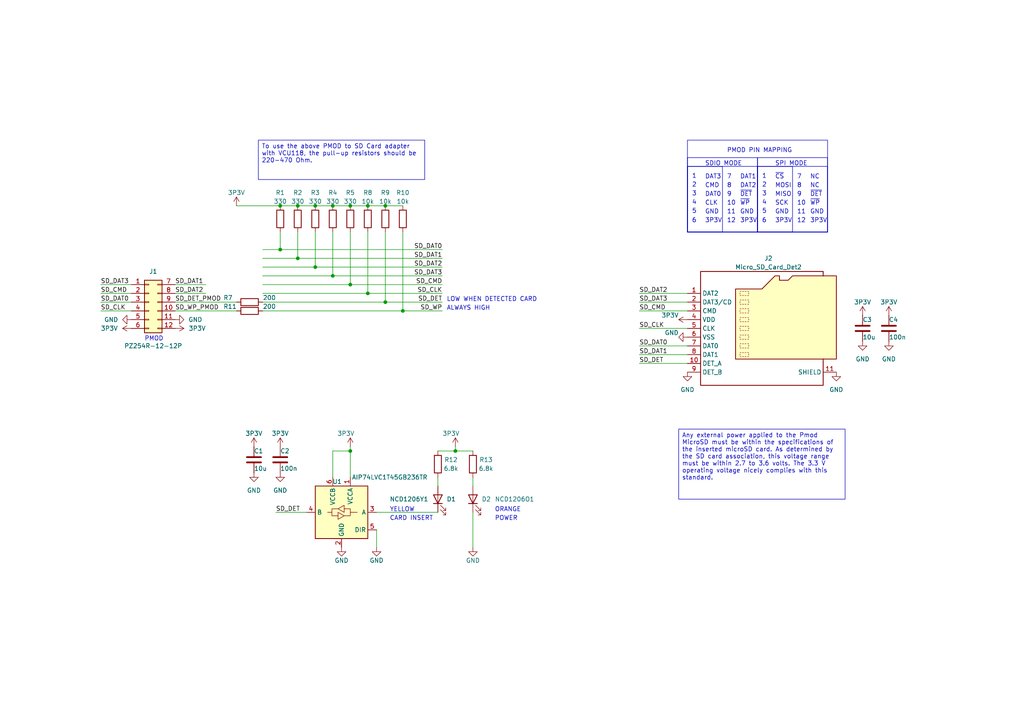
<source format=kicad_sch>
(kicad_sch (version 20230121) (generator eeschema)
  (paper "A4")
  (title_block (title "PMOD MICROSD") (date "2023-12-07") (rev "1.0.0") (company "CHIPS Alliance") (comment 1 "Rui Huang (2023-12-07)") (comment 2 "Rui Huang (2023-12-07)") (comment 4 "Rui Huang (2023-12-07)"))
  (lib_symbols
    (symbol "CHIPSAlliance_Connector:Conn_PMOD_12" (pin_names (offset 1.016) hide)
      (property "Reference" "J" (at 0 1.27 0))
      (property "Value" "Conn_PMOD_12" (at 0 -16.51 0))
      (symbol "Conn_PMOD_12_1_1"
        (rectangle (start 0 -13.843) (end 1.27 -14.097) (stroke (width 0.1524)))
        (rectangle (start 0 -11.303) (end 1.27 -11.557) (stroke (width 0.1524)))
        (rectangle (start 0 -8.763) (end 1.27 -9.017) (stroke (width 0.1524)))
        (rectangle (start 0 -6.223) (end 1.27 -6.477) (stroke (width 0.1524)))
        (rectangle (start 0 -3.683) (end 1.27 -3.937) (stroke (width 0.1524)))
        (rectangle (start 0 -1.143) (end 1.27 -1.397) (stroke (width 0.1524)))
        (rectangle (start 0 0) (end 5.08 -15.24) (stroke (width 0.254)) (fill (type background)))
        (rectangle (start 5.08 -13.843) (end 3.81 -14.097) (stroke (width 0.1524)))
        (rectangle (start 5.08 -11.303) (end 3.81 -11.557) (stroke (width 0.1524)))
        (rectangle (start 5.08 -8.763) (end 3.81 -9.017) (stroke (width 0.1524)))
        (rectangle (start 5.08 -6.223) (end 3.81 -6.477) (stroke (width 0.1524)))
        (rectangle (start 5.08 -3.683) (end 3.81 -3.937) (stroke (width 0.1524)))
        (rectangle (start 5.08 -1.143) (end 3.81 -1.397) (stroke (width 0.1524)))
        (pin passive line (at -3.81 -1.27 0) (length 3.81) (name "Pin_1") (number "1"))
        (pin passive line (at 8.89 -8.89 180) (length 3.81) (name "Pin_10") (number "10"))
        (pin passive line (at 8.89 -11.43 180) (length 3.81) (name "Pin_11") (number "11"))
        (pin passive line (at 8.89 -13.97 180) (length 3.81) (name "Pin_12") (number "12"))
        (pin passive line (at -3.81 -3.81 0) (length 3.81) (name "Pin_2") (number "2"))
        (pin passive line (at -3.81 -6.35 0) (length 3.81) (name "Pin_3") (number "3"))
        (pin passive line (at -3.81 -8.89 0) (length 3.81) (name "Pin_4") (number "4"))
        (pin passive line (at -3.81 -11.43 0) (length 3.81) (name "Pin_5") (number "5"))
        (pin passive line (at -3.81 -13.97 0) (length 3.81) (name "Pin_6") (number "6"))
        (pin passive line (at 8.89 -1.27 180) (length 3.81) (name "Pin_7") (number "7"))
        (pin passive line (at 8.89 -3.81 180) (length 3.81) (name "Pin_8") (number "8"))
        (pin passive line (at 8.89 -6.35 180) (length 3.81) (name "Pin_9") (number "9"))
      )
    )
    (symbol "CHIPSAlliance_Connector:Micro_SD_Card_Det2"
      (property "Reference" "J" (at 0 1.27 0))
      (property "Value" "Micro_SD_Card_Det2" (at 0 -34.29 0))
      (symbol "Micro_SD_Card_Det2_0_1"
        (polyline (pts (xy 35.56 -1.27) (xy 35.56 0) (xy 0 0) (xy 0 -33.02) (xy 35.56 -33.02) (xy 35.56 -25.4)) (stroke (width 0.254)))
        (polyline (pts (xy 10.16 -25.4) (xy 10.16 -5.08) (xy 17.78 -5.08) (xy 21.59 -1.27) (xy 22.86 -1.27) (xy 22.86 -2.54) (xy 25.4 -2.54) (xy 26.67 -1.27) (xy 39.37 -1.27) (xy 39.37 -25.4) (xy 10.16 -25.4)) (stroke (width 0.254)) (fill (type background)))
      )
      (symbol "Micro_SD_Card_Det2_1_1"
        (polyline (pts (xy 11.43 -24.7396) (xy 11.7856 -24.7396)) (stroke (width 0.127)))
        (polyline (pts (xy 11.43 -24.3332) (xy 11.43 -23.9776)) (stroke (width 0.127)))
        (polyline (pts (xy 11.43 -23.5204) (xy 11.7856 -23.5204)) (stroke (width 0.127)))
        (polyline (pts (xy 11.43 -22.1996) (xy 11.7856 -22.1996)) (stroke (width 0.127)))
        (polyline (pts (xy 11.43 -21.7932) (xy 11.43 -21.4376)) (stroke (width 0.127)))
        (polyline (pts (xy 11.43 -20.9804) (xy 11.7856 -20.9804)) (stroke (width 0.127)))
        (polyline (pts (xy 11.43 -19.6596) (xy 11.7856 -19.6596)) (stroke (width 0.127)))
        (polyline (pts (xy 11.43 -19.2532) (xy 11.43 -18.8976)) (stroke (width 0.127)))
        (polyline (pts (xy 11.43 -18.4404) (xy 11.7856 -18.4404)) (stroke (width 0.127)))
        (polyline (pts (xy 11.43 -17.1196) (xy 11.7856 -17.1196)) (stroke (width 0.127)))
        (polyline (pts (xy 11.43 -16.7132) (xy 11.43 -16.3576)) (stroke (width 0.127)))
        (polyline (pts (xy 11.43 -15.9004) (xy 11.7856 -15.9004)) (stroke (width 0.127)))
        (polyline (pts (xy 11.43 -14.5796) (xy 11.7856 -14.5796)) (stroke (width 0.127)))
        (polyline (pts (xy 11.43 -14.1732) (xy 11.43 -13.8176)) (stroke (width 0.127)))
        (polyline (pts (xy 11.43 -13.3604) (xy 11.7856 -13.3604)) (stroke (width 0.127)))
        (polyline (pts (xy 11.43 -12.0396) (xy 11.7856 -12.0396)) (stroke (width 0.127)))
        (polyline (pts (xy 11.43 -11.6332) (xy 11.43 -11.2776)) (stroke (width 0.127)))
        (polyline (pts (xy 11.43 -10.8204) (xy 11.7856 -10.8204)) (stroke (width 0.127)))
        (polyline (pts (xy 11.43 -9.4996) (xy 11.7856 -9.4996)) (stroke (width 0.127)))
        (polyline (pts (xy 11.43 -9.0932) (xy 11.43 -8.7376)) (stroke (width 0.127)))
        (polyline (pts (xy 11.43 -8.2804) (xy 11.7856 -8.2804)) (stroke (width 0.127)))
        (polyline (pts (xy 11.43 -6.9596) (xy 11.7856 -6.9596)) (stroke (width 0.127)))
        (polyline (pts (xy 11.43 -6.5532) (xy 11.43 -6.1976)) (stroke (width 0.127)))
        (polyline (pts (xy 11.43 -5.7404) (xy 11.7856 -5.7404)) (stroke (width 0.127)))
        (polyline (pts (xy 12.4968 -24.7396) (xy 12.1412 -24.7396)) (stroke (width 0.127)))
        (polyline (pts (xy 12.4968 -23.5204) (xy 12.1412 -23.5204)) (stroke (width 0.127)))
        (polyline (pts (xy 12.4968 -22.1996) (xy 12.1412 -22.1996)) (stroke (width 0.127)))
        (polyline (pts (xy 12.4968 -20.9804) (xy 12.1412 -20.9804)) (stroke (width 0.127)))
        (polyline (pts (xy 12.4968 -19.6596) (xy 12.1412 -19.6596)) (stroke (width 0.127)))
        (polyline (pts (xy 12.4968 -18.4404) (xy 12.1412 -18.4404)) (stroke (width 0.127)))
        (polyline (pts (xy 12.4968 -17.1196) (xy 12.1412 -17.1196)) (stroke (width 0.127)))
        (polyline (pts (xy 12.4968 -15.9004) (xy 12.1412 -15.9004)) (stroke (width 0.127)))
        (polyline (pts (xy 12.4968 -14.5796) (xy 12.1412 -14.5796)) (stroke (width 0.127)))
        (polyline (pts (xy 12.4968 -13.3604) (xy 12.1412 -13.3604)) (stroke (width 0.127)))
        (polyline (pts (xy 12.4968 -12.0396) (xy 12.1412 -12.0396)) (stroke (width 0.127)))
        (polyline (pts (xy 12.4968 -10.8204) (xy 12.1412 -10.8204)) (stroke (width 0.127)))
        (polyline (pts (xy 12.4968 -9.4996) (xy 12.1412 -9.4996)) (stroke (width 0.127)))
        (polyline (pts (xy 12.4968 -8.2804) (xy 12.1412 -8.2804)) (stroke (width 0.127)))
        (polyline (pts (xy 12.4968 -6.9596) (xy 12.1412 -6.9596)) (stroke (width 0.127)))
        (polyline (pts (xy 12.4968 -5.7404) (xy 12.1412 -5.7404)) (stroke (width 0.127)))
        (polyline (pts (xy 13.208 -24.7396) (xy 12.8524 -24.7396)) (stroke (width 0.127)))
        (polyline (pts (xy 13.208 -23.5204) (xy 12.8524 -23.5204)) (stroke (width 0.127)))
        (polyline (pts (xy 13.208 -22.1996) (xy 12.8524 -22.1996)) (stroke (width 0.127)))
        (polyline (pts (xy 13.208 -20.9804) (xy 12.8524 -20.9804)) (stroke (width 0.127)))
        (polyline (pts (xy 13.208 -19.6596) (xy 12.8524 -19.6596)) (stroke (width 0.127)))
        (polyline (pts (xy 13.208 -18.4404) (xy 12.8524 -18.4404)) (stroke (width 0.127)))
        (polyline (pts (xy 13.208 -17.1196) (xy 12.8524 -17.1196)) (stroke (width 0.127)))
        (polyline (pts (xy 13.208 -15.9004) (xy 12.8524 -15.9004)) (stroke (width 0.127)))
        (polyline (pts (xy 13.208 -14.5796) (xy 12.8524 -14.5796)) (stroke (width 0.127)))
        (polyline (pts (xy 13.208 -13.3604) (xy 12.8524 -13.3604)) (stroke (width 0.127)))
        (polyline (pts (xy 13.208 -12.0396) (xy 12.8524 -12.0396)) (stroke (width 0.127)))
        (polyline (pts (xy 13.208 -10.8204) (xy 12.8524 -10.8204)) (stroke (width 0.127)))
        (polyline (pts (xy 13.208 -9.4996) (xy 12.8524 -9.4996)) (stroke (width 0.127)))
        (polyline (pts (xy 13.208 -8.2804) (xy 12.8524 -8.2804)) (stroke (width 0.127)))
        (polyline (pts (xy 13.208 -6.9596) (xy 12.8524 -6.9596)) (stroke (width 0.127)))
        (polyline (pts (xy 13.208 -5.7404) (xy 12.8524 -5.7404)) (stroke (width 0.127)))
        (polyline (pts (xy 13.97 -24.7396) (xy 13.6144 -24.7396)) (stroke (width 0.127)))
        (polyline (pts (xy 13.97 -24.2824) (xy 13.97 -23.9268)) (stroke (width 0.127)))
        (polyline (pts (xy 13.97 -23.5204) (xy 13.6144 -23.5204)) (stroke (width 0.127)))
        (polyline (pts (xy 13.97 -22.1996) (xy 13.6144 -22.1996)) (stroke (width 0.127)))
        (polyline (pts (xy 13.97 -21.7424) (xy 13.97 -21.3868)) (stroke (width 0.127)))
        (polyline (pts (xy 13.97 -20.9804) (xy 13.6144 -20.9804)) (stroke (width 0.127)))
        (polyline (pts (xy 13.97 -19.6596) (xy 13.6144 -19.6596)) (stroke (width 0.127)))
        (polyline (pts (xy 13.97 -19.2024) (xy 13.97 -18.8468)) (stroke (width 0.127)))
        (polyline (pts (xy 13.97 -18.4404) (xy 13.6144 -18.4404)) (stroke (width 0.127)))
        (polyline (pts (xy 13.97 -17.1196) (xy 13.6144 -17.1196)) (stroke (width 0.127)))
        (polyline (pts (xy 13.97 -16.6624) (xy 13.97 -16.3068)) (stroke (width 0.127)))
        (polyline (pts (xy 13.97 -15.9004) (xy 13.6144 -15.9004)) (stroke (width 0.127)))
        (polyline (pts (xy 13.97 -14.5796) (xy 13.6144 -14.5796)) (stroke (width 0.127)))
        (polyline (pts (xy 13.97 -14.1224) (xy 13.97 -13.7668)) (stroke (width 0.127)))
        (polyline (pts (xy 13.97 -13.3604) (xy 13.6144 -13.3604)) (stroke (width 0.127)))
        (polyline (pts (xy 13.97 -12.0396) (xy 13.6144 -12.0396)) (stroke (width 0.127)))
        (polyline (pts (xy 13.97 -11.5824) (xy 13.97 -11.2268)) (stroke (width 0.127)))
        (polyline (pts (xy 13.97 -10.8204) (xy 13.6144 -10.8204)) (stroke (width 0.127)))
        (polyline (pts (xy 13.97 -9.4996) (xy 13.6144 -9.4996)) (stroke (width 0.127)))
        (polyline (pts (xy 13.97 -9.0424) (xy 13.97 -8.6868)) (stroke (width 0.127)))
        (polyline (pts (xy 13.97 -8.2804) (xy 13.6144 -8.2804)) (stroke (width 0.127)))
        (polyline (pts (xy 13.97 -6.9596) (xy 13.6144 -6.9596)) (stroke (width 0.127)))
        (polyline (pts (xy 13.97 -6.5024) (xy 13.97 -6.1468)) (stroke (width 0.127)))
        (polyline (pts (xy 13.97 -5.7404) (xy 13.6144 -5.7404)) (stroke (width 0.127)))
        (pin bidirectional line (at -3.81 -6.35 0) (length 3.81) (name "DAT2") (number "1"))
        (pin passive line (at -3.81 -26.67 0) (length 3.81) (name "DET_A") (number "10"))
        (pin passive line (at 39.37 -29.21 180) (length 3.81) (name "SHIELD") (number "11"))
        (pin bidirectional line (at -3.81 -8.89 0) (length 3.81) (name "DAT3/CD") (number "2"))
        (pin input line (at -3.81 -11.43 0) (length 3.81) (name "CMD") (number "3"))
        (pin power_in line (at -3.81 -13.97 0) (length 3.81) (name "VDD") (number "4"))
        (pin input line (at -3.81 -16.51 0) (length 3.81) (name "CLK") (number "5"))
        (pin power_in line (at -3.81 -19.05 0) (length 3.81) (name "VSS") (number "6"))
        (pin bidirectional line (at -3.81 -21.59 0) (length 3.81) (name "DAT0") (number "7"))
        (pin bidirectional line (at -3.81 -24.13 0) (length 3.81) (name "DAT1") (number "8"))
        (pin passive line (at -3.81 -29.21 0) (length 3.81) (name "DET_B") (number "9"))
      )
    )
    (symbol "CHIPSAlliance_Logic:AIP74LVC1T45GB236TR"
      (property "Reference" "U" (at 1.27 1.27 0))
      (property "Value" "AIP74LVC1T45GB236TR" (at 0 -16.51 0))
      (symbol "AIP74LVC1T45GB236TR_0_1"
        (polyline (pts (xy 5.08 -7.62) (xy 5.08 -6.604) (xy 6.858 -6.604)))
        (polyline (pts (xy 10.414 -7.62) (xy 10.414 -8.636) (xy 8.636 -8.636)))
        (polyline (pts (xy 6.858 -8.636) (xy 5.08 -8.636) (xy 5.08 -7.62) (xy 3.048 -7.62)))
        (polyline (pts (xy 6.858 -7.62) (xy 6.858 -5.588) (xy 8.636 -6.604) (xy 6.858 -7.62)))
        (polyline (pts (xy 8.636 -6.604) (xy 10.414 -6.604) (xy 10.414 -7.62) (xy 11.684 -7.62)))
        (polyline (pts (xy 8.636 -7.62) (xy 8.636 -9.398) (xy 8.636 -9.652) (xy 6.858 -8.636) (xy 8.636 -7.62)))
        (rectangle (start 0 0) (end 15.24 -15.24) (stroke (width 0.254)) (fill (type background)))
      )
      (symbol "AIP74LVC1T45GB236TR_1_1"
        (pin power_in line (at 5.08 2.54 270) (length 2.54) (name "VCCA") (number "1"))
        (pin power_in line (at 7.62 -17.78 90) (length 2.54) (name "GND") (number "2"))
        (pin bidirectional line (at -2.54 -7.62 0) (length 2.54) (name "A") (number "3"))
        (pin bidirectional line (at 17.78 -7.62 180) (length 2.54) (name "B") (number "4"))
        (pin input line (at -2.54 -12.7 0) (length 2.54) (name "DIR") (number "5"))
        (pin power_in line (at 10.16 2.54 270) (length 2.54) (name "VCCB") (number "6"))
      )
    )
    (symbol "CHIPSAlliance_Power:3P3V" (power) (pin_names (offset 0))
      (property "Value" "3P3V" (at 0 3.81 0))
      (symbol "3P3V_0_1"
        (polyline (pts (xy -0.762 1.27) (xy 0 2.54)))
        (polyline (pts (xy 0 0) (xy 0 2.54)))
        (polyline (pts (xy 0 2.54) (xy 0.762 1.27)))
      )
      (symbol "3P3V_1_1"
        (pin power_in line (at 0 0 90) (length 0) hide (name "3P3V") (number "1"))
      )
    )
    (symbol "CHIPSAlliance_Power:GND" (power) (pin_names (offset 0))
      (property "Value" "GND" (at 0 -3.81 0))
      (symbol "GND_0_1"
        (polyline (pts (xy 0 0) (xy 0 -1.27) (xy 1.27 -1.27) (xy 0 -2.54) (xy -1.27 -1.27) (xy 0 -1.27)))
      )
      (symbol "GND_1_1"
        (pin power_in line (at 0 0 270) (length 0) hide (name "GND") (number "1"))
      )
    )
    (symbol "Device:C" (pin_numbers hide) (pin_names (offset 0.254))
      (property "Reference" "C" (at 0.635 2.54 0))
      (property "Value" "C" (at 0.635 -2.54 0))
      (symbol "C_0_1"
        (polyline (pts (xy -2.032 -0.762) (xy 2.032 -0.762)) (stroke (width 0.508)))
        (polyline (pts (xy -2.032 0.762) (xy 2.032 0.762)) (stroke (width 0.508)))
      )
      (symbol "C_1_1"
        (pin passive line (at 0 3.81 270) (length 2.794) (name "~") (number "1"))
        (pin passive line (at 0 -3.81 90) (length 2.794) (name "~") (number "2"))
      )
    )
    (symbol "Device:LED" (pin_numbers hide) (pin_names (offset 1.016) hide)
      (property "Reference" "D" (at 0 2.54 0))
      (property "Value" "LED" (at 0 -2.54 0))
      (symbol "LED_0_1"
        (polyline (pts (xy -1.27 -1.27) (xy -1.27 1.27)) (stroke (width 0.254)))
        (polyline (pts (xy -1.27 0) (xy 1.27 0)))
        (polyline (pts (xy 1.27 -1.27) (xy 1.27 1.27) (xy -1.27 0) (xy 1.27 -1.27)) (stroke (width 0.254)))
        (polyline (pts (xy -3.048 -0.762) (xy -4.572 -2.286) (xy -3.81 -2.286) (xy -4.572 -2.286) (xy -4.572 -1.524)))
        (polyline (pts (xy -1.778 -0.762) (xy -3.302 -2.286) (xy -2.54 -2.286) (xy -3.302 -2.286) (xy -3.302 -1.524)))
      )
      (symbol "LED_1_1"
        (pin passive line (at -3.81 0 0) (length 2.54) (name "K") (number "1"))
        (pin passive line (at 3.81 0 180) (length 2.54) (name "A") (number "2"))
      )
    )
    (symbol "Device:R" (pin_numbers hide) (pin_names (offset 0))
      (property "Reference" "R" (at 2.032 0 90))
      (property "Value" "R" (at 0 0 90))
      (symbol "R_0_1"
        (rectangle (start -1.016 -2.54) (end 1.016 2.54) (stroke (width 0.254)))
      )
      (symbol "R_1_1"
        (pin passive line (at 0 3.81 270) (length 1.27) (name "~") (number "1"))
        (pin passive line (at 0 -3.81 90) (length 1.27) (name "~") (number "2"))
      )
    )
  )
  (junction (at 86.36 74.93))
  (junction (at 106.68 85.09))
  (junction (at 81.28 59.69))
  (junction (at 91.44 59.69))
  (junction (at 96.52 59.69))
  (junction (at 101.6 130.81))
  (junction (at 106.68 59.69))
  (junction (at 101.6 82.55))
  (junction (at 111.76 59.69))
  (junction (at 96.52 80.01))
  (junction (at 81.28 72.39))
  (junction (at 86.36 59.69))
  (junction (at 101.6 59.69))
  (junction (at 132.08 130.81))
  (junction (at 91.44 77.47))
  (junction (at 116.84 90.17))
  (junction (at 111.76 87.63))
  (wire (pts (xy 109.22 148.59) (xy 127 148.59)))
  (wire (pts (xy 76.2 87.63) (xy 111.76 87.63)))
  (wire (pts (xy 76.2 74.93) (xy 86.36 74.93)))
  (wire (pts (xy 29.21 90.17) (xy 38.1 90.17)))
  (wire (pts (xy 185.42 90.17) (xy 199.39 90.17)))
  (wire (pts (xy 68.58 59.69) (xy 81.28 59.69)))
  (wire (pts (xy 101.6 129.54) (xy 101.6 130.81)))
  (wire (pts (xy 106.68 67.31) (xy 106.68 85.09)))
  (wire (pts (xy 76.2 90.17) (xy 116.84 90.17)))
  (wire (pts (xy 96.52 130.81) (xy 101.6 130.81)))
  (wire (pts (xy 132.08 130.81) (xy 137.16 130.81)))
  (wire (pts (xy 29.21 87.63) (xy 38.1 87.63)))
  (wire (pts (xy 59.69 85.09) (xy 50.8 85.09)))
  (wire (pts (xy 86.36 59.69) (xy 91.44 59.69)))
  (wire (pts (xy 111.76 67.31) (xy 111.76 87.63)))
  (wire (pts (xy 59.69 82.55) (xy 50.8 82.55)))
  (wire (pts (xy 101.6 59.69) (xy 106.68 59.69)))
  (wire (pts (xy 76.2 72.39) (xy 81.28 72.39)))
  (wire (pts (xy 29.21 82.55) (xy 38.1 82.55)))
  (wire (pts (xy 116.84 67.31) (xy 116.84 90.17)))
  (wire (pts (xy 76.2 82.55) (xy 101.6 82.55)))
  (wire (pts (xy 91.44 59.69) (xy 96.52 59.69)))
  (wire (pts (xy 96.52 67.31) (xy 96.52 80.01)))
  (wire (pts (xy 86.36 67.31) (xy 86.36 74.93)))
  (wire (pts (xy 185.42 100.33) (xy 199.39 100.33)))
  (wire (pts (xy 96.52 130.81) (xy 96.52 138.43)))
  (wire (pts (xy 76.2 77.47) (xy 91.44 77.47)))
  (wire (pts (xy 86.36 74.93) (xy 128.27 74.93)))
  (wire (pts (xy 111.76 87.63) (xy 128.27 87.63)))
  (wire (pts (xy 185.42 87.63) (xy 199.39 87.63)))
  (wire (pts (xy 109.22 153.67) (xy 109.22 158.75)))
  (wire (pts (xy 132.08 129.54) (xy 132.08 130.81)))
  (wire (pts (xy 96.52 59.69) (xy 101.6 59.69)))
  (wire (pts (xy 76.2 80.01) (xy 96.52 80.01)))
  (wire (pts (xy 137.16 148.59) (xy 137.16 158.75)))
  (wire (pts (xy 106.68 85.09) (xy 128.27 85.09)))
  (wire (pts (xy 185.42 102.87) (xy 199.39 102.87)))
  (wire (pts (xy 185.42 95.25) (xy 199.39 95.25)))
  (wire (pts (xy 101.6 67.31) (xy 101.6 82.55)))
  (wire (pts (xy 185.42 105.41) (xy 199.39 105.41)))
  (wire (pts (xy 116.84 90.17) (xy 128.27 90.17)))
  (wire (pts (xy 50.8 87.63) (xy 68.58 87.63)))
  (wire (pts (xy 96.52 80.01) (xy 128.27 80.01)))
  (wire (pts (xy 101.6 130.81) (xy 101.6 138.43)))
  (wire (pts (xy 81.28 72.39) (xy 128.27 72.39)))
  (wire (pts (xy 101.6 82.55) (xy 128.27 82.55)))
  (wire (pts (xy 127 138.43) (xy 127 140.97)))
  (wire (pts (xy 50.8 90.17) (xy 68.58 90.17)))
  (wire (pts (xy 185.42 85.09) (xy 199.39 85.09)))
  (wire (pts (xy 81.28 59.69) (xy 86.36 59.69)))
  (wire (pts (xy 111.76 59.69) (xy 116.84 59.69)))
  (wire (pts (xy 91.44 77.47) (xy 128.27 77.47)))
  (wire (pts (xy 80.01 148.59) (xy 88.9 148.59)))
  (wire (pts (xy 127 130.81) (xy 132.08 130.81)))
  (wire (pts (xy 137.16 138.43) (xy 137.16 140.97)))
  (wire (pts (xy 81.28 67.31) (xy 81.28 72.39)))
  (wire (pts (xy 29.21 85.09) (xy 38.1 85.09)))
  (wire (pts (xy 91.44 67.31) (xy 91.44 77.47)))
  (wire (pts (xy 76.2 85.09) (xy 106.68 85.09)))
  (wire (pts (xy 106.68 59.69) (xy 111.76 59.69)))
  (rectangle (start 199.39 48.26) (end 209.55 67.31))
  (rectangle (start 199.39 45.72) (end 219.71 67.31))
  (rectangle (start 199.39 40.64) (end 240.03 67.31))
  (rectangle (start 199.39 48.26) (end 219.71 67.31))
  (rectangle (start 219.71 48.26) (end 229.87 67.31))
  (rectangle (start 219.71 48.26) (end 240.03 67.31))
  (rectangle (start 219.71 45.72) (end 240.03 67.31))
  (text_box "Any external power applied to the Pmod MicroSD must be within the specifications of the inserted microSD card. As determined by the SD card association, this voltage range must be within 2.7 to 3.6 volts. The 3.3 V operating voltage nicely complies with this standard." (at 196.85 124.46 0) (size 48.26 20.32) (effects (font (size 1.27 1.27)) (justify left top)))
  (text_box "To use the above PMOD to SD Card adapter with VCU118, the pull-up resistors should be 220-470 Ohm." (at 74.93 40.64 0) (size 48.26 11.43) (effects (font (size 1.27 1.27)) (justify left top)))
  (text "~{CS}" (at 224.79 52.07 0) (effects (font (size 1.27 1.27)) (justify left bottom)))
  (text "POWER" (at 143.51 151.13 0) (effects (font (size 1.27 1.27)) (justify left bottom)))
  (text "6" (at 200.66 64.77 0) (effects (font (size 1.27 1.27)) (justify left bottom)))
  (text "9" (at 210.82 57.15 0) (effects (font (size 1.27 1.27)) (justify left bottom)))
  (text "SPI MODE" (at 224.79 48.26 0) (effects (font (size 1.27 1.27)) (justify left bottom)))
  (text "2" (at 220.9969 54.4395 0) (effects (font (size 1.27 1.27)) (justify left bottom)))
  (text "~{DET}" (at 234.95 57.15 0) (effects (font (size 1.27 1.27)) (justify left bottom)))
  (text "4" (at 200.6769 59.5195 0) (effects (font (size 1.27 1.27)) (justify left bottom)))
  (text "GND" (at 224.79 62.23 0) (effects (font (size 1.27 1.27)) (justify left bottom)))
  (text "3P3V" (at 224.79 64.77 0) (effects (font (size 1.27 1.27)) (justify left bottom)))
  (text "ORANGE" (at 143.51 148.59 0) (effects (font (size 1.27 1.27)) (justify left bottom)))
  (text "3P3V" (at 234.95 64.77 0) (effects (font (size 1.27 1.27)) (justify left bottom)))
  (text "12" (at 210.82 64.77 0) (effects (font (size 1.27 1.27)) (justify left bottom)))
  (text "2" (at 200.6769 54.4395 0) (effects (font (size 1.27 1.27)) (justify left bottom)))
  (text "CARD INSERT" (at 113.03 151.13 0) (effects (font (size 1.27 1.27)) (justify left bottom)))
  (text "7" (at 231.14 52.07 0) (effects (font (size 1.27 1.27)) (justify left bottom)))
  (text "3" (at 220.9969 56.9795 0) (effects (font (size 1.27 1.27)) (justify left bottom)))
  (text "DAT0" (at 204.47 57.15 0) (effects (font (size 1.27 1.27)) (justify left bottom)))
  (text "3P3V" (at 204.47 64.77 0) (effects (font (size 1.27 1.27)) (justify left bottom)))
  (text "MISO" (at 224.79 57.15 0) (effects (font (size 1.27 1.27)) (justify left bottom)))
  (text "10" (at 210.82 59.69 0) (effects (font (size 1.27 1.27)) (justify left bottom)))
  (text "LOW WHEN DETECTED CARD" (at 129.54 87.63 0) (effects (font (size 1.27 1.27)) (justify left bottom)))
  (text "DAT3" (at 204.47 52.07 0) (effects (font (size 1.27 1.27)) (justify left bottom)))
  (text "~{DET}" (at 214.63 57.15 0) (effects (font (size 1.27 1.27)) (justify left bottom)))
  (text "PMOD" (at 41.91 99.06 0) (effects (font (size 1.27 1.27)) (justify left bottom)))
  (text "11" (at 231.14 62.23 0) (effects (font (size 1.27 1.27)) (justify left bottom)))
  (text "9" (at 231.14 57.15 0) (effects (font (size 1.27 1.27)) (justify left bottom)))
  (text "7" (at 210.82 52.07 0) (effects (font (size 1.27 1.27)) (justify left bottom)))
  (text "YELLOW" (at 113.03 148.59 0) (effects (font (size 1.27 1.27)) (justify left bottom)))
  (text "10" (at 231.14 59.69 0) (effects (font (size 1.27 1.27)) (justify left bottom)))
  (text "5" (at 220.9969 62.0595 0) (effects (font (size 1.27 1.27)) (justify left bottom)))
  (text "4" (at 220.9969 59.5195 0) (effects (font (size 1.27 1.27)) (justify left bottom)))
  (text "8" (at 231.14 54.61 0) (effects (font (size 1.27 1.27)) (justify left bottom)))
  (text "5" (at 200.6769 62.0595 0) (effects (font (size 1.27 1.27)) (justify left bottom)))
  (text "6" (at 220.98 64.77 0) (effects (font (size 1.27 1.27)) (justify left bottom)))
  (text "SDIO MODE" (at 204.47 48.26 0) (effects (font (size 1.27 1.27)) (justify left bottom)))
  (text "1" (at 200.6769 51.8995 0) (effects (font (size 1.27 1.27)) (justify left bottom)))
  (text "3P3V" (at 214.63 64.77 0) (effects (font (size 1.27 1.27)) (justify left bottom)))
  (text "CLK" (at 204.47 59.69 0) (effects (font (size 1.27 1.27)) (justify left bottom)))
  (text "~{WP}" (at 214.63 59.69 0) (effects (font (size 1.27 1.27)) (justify left bottom)))
  (text "DAT2" (at 214.63 54.61 0) (effects (font (size 1.27 1.27)) (justify left bottom)))
  (text "DAT1" (at 214.63 52.07 0) (effects (font (size 1.27 1.27)) (justify left bottom)))
  (text "CMD" (at 204.47 54.61 0) (effects (font (size 1.27 1.27)) (justify left bottom)))
  (text "3" (at 200.6769 56.9795 0) (effects (font (size 1.27 1.27)) (justify left bottom)))
  (text "NC" (at 234.95 52.07 0) (effects (font (size 1.27 1.27)) (justify left bottom)))
  (text "~{WP}" (at 234.95 59.69 0) (effects (font (size 1.27 1.27)) (justify left bottom)))
  (text "MOSI" (at 224.79 54.61 0) (effects (font (size 1.27 1.27)) (justify left bottom)))
  (text "SCK" (at 224.79 59.69 0) (effects (font (size 1.27 1.27)) (justify left bottom)))
  (text "12" (at 231.14 64.77 0) (effects (font (size 1.27 1.27)) (justify left bottom)))
  (text "GND" (at 214.63 62.23 0) (effects (font (size 1.27 1.27)) (justify left bottom)))
  (text "PMOD PIN MAPPING" (at 210.82 44.45 0) (effects (font (size 1.27 1.27)) (justify left bottom)))
  (text "GND" (at 204.47 62.23 0) (effects (font (size 1.27 1.27)) (justify left bottom)))
  (text "8" (at 210.82 54.61 0) (effects (font (size 1.27 1.27)) (justify left bottom)))
  (text "1" (at 220.9969 51.8995 0) (effects (font (size 1.27 1.27)) (justify left bottom)))
  (text "11" (at 210.82 62.23 0) (effects (font (size 1.27 1.27)) (justify left bottom)))
  (text "GND" (at 234.95 62.23 0) (effects (font (size 1.27 1.27)) (justify left bottom)))
  (text "NC" (at 234.95 54.61 0) (effects (font (size 1.27 1.27)) (justify left bottom)))
  (text "ALWAYS HIGH" (at 129.54 90.17 0) (effects (font (size 1.27 1.27)) (justify left bottom)))
  (label "SD_DAT0" (at 128.27 72.39 180))
  (label "SD_DAT3" (at 128.27 80.01 180))
  (label "SD_DET_PMOD" (at 50.8 87.63 0))
  (label "SD_CLK" (at 128.27 85.09 180))
  (label "SD_DAT2" (at 185.42 85.09 0))
  (label "SD_CLK" (at 185.42 95.25 0))
  (label "SD_DAT0" (at 185.42 100.33 0))
  (label "SD_CMD" (at 29.21 85.09 0))
  (label "SD_WP_PMOD" (at 50.8 90.17 0))
  (label "SD_DAT1" (at 50.8 82.55 0))
  (label "SD_DAT2" (at 50.8 85.09 0))
  (label "SD_DAT3" (at 29.21 82.55 0))
  (label "SD_DAT3" (at 185.42 87.63 0))
  (label "SD_DAT0" (at 29.21 87.63 0))
  (label "SD_DAT2" (at 128.27 77.47 180))
  (label "SD_CMD" (at 128.27 82.55 180))
  (label "SD_DAT1" (at 128.27 74.93 180))
  (label "SD_DAT1" (at 185.42 102.87 0))
  (label "SD_DET" (at 185.42 105.41 0))
  (label "SD_DET" (at 80.01 148.59 0))
  (label "SD_DET" (at 128.27 87.63 180))
  (label "SD_CMD" (at 185.42 90.17 0))
  (label "SD_CLK" (at 29.21 90.17 0))
  (label "SD_WP" (at 128.27 90.17 180))
  (symbol (lib_id "CHIPSAlliance_Connector:Conn_PMOD_12") (at 41.91 81.28 0) (unit 1)
    (property "Reference" "J1" (at 44.45 78.74 0))
    (property "Value" "PZ254R-12-12P" (at 44.45 100.33 0))
    (property "Footprint" "CHIPSAlliance_Connector:PinHeader_2x06_P2.54mm_Horizontal_PMOD" (effects hide))
    (property "Datasheet" "https://atta.szlcsc.com/upload/public/pdf/source/20200309/C492434_8FF69D1295D71AC99A4B0B951ADD15B8.pdf" (effects hide))
  )
  (symbol (lib_id "CHIPSAlliance_Power:3P3V") (at 73.66 129.54 0) (unit 1)
    (property "Reference" "#PWR01" (effects hide))
    (property "Value" "3P3V" (at 73.66 125.73 0))
  )
  (symbol (lib_id "CHIPSAlliance_Power:GND") (at 250.19 99.06 0) (unit 1)
    (property "Reference" "#PWR020" (effects hide))
    (property "Value" "GND" (at 250.19 104.14 0))
  )
  (symbol (lib_id "CHIPSAlliance_Power:GND") (at 50.8 92.71 90) (unit 1)
    (property "Reference" "#PWR011" (effects hide))
    (property "Value" "GND" (at 54.61 92.71 90) (effects (justify right)))
  )
  (symbol (lib_id "Device:R") (at 127 134.62 0) (unit 1)
    (property "Reference" "R12" (at 130.81 133.35 0))
    (property "Value" "6.8k" (at 130.81 135.89 0))
    (property "Footprint" "Resistor_SMD:R_0402_1005Metric" (effects hide))
  )
  (symbol (lib_id "Device:R") (at 81.28 63.5 180) (unit 1)
    (property "Reference" "R1" (at 81.28 55.88 0))
    (property "Value" "330" (at 81.28 58.42 0))
    (property "Footprint" "Resistor_SMD:R_0402_1005Metric" (effects hide))
  )
  (symbol (lib_id "Device:R") (at 111.76 63.5 180) (unit 1)
    (property "Reference" "R9" (at 111.76 55.88 0))
    (property "Value" "10k" (at 111.76 58.42 0))
    (property "Footprint" "Resistor_SMD:R_0402_1005Metric" (effects hide))
  )
  (symbol (lib_id "CHIPSAlliance_Power:GND") (at 81.28 137.16 0) (unit 1)
    (property "Reference" "#PWR04" (effects hide))
    (property "Value" "GND" (at 81.28 142.24 0))
  )
  (symbol (lib_id "CHIPSAlliance_Power:3P3V") (at 132.08 129.54 0) (unit 1)
    (property "Reference" "#PWR019" (effects hide))
    (property "Value" "3P3V" (at 130.81 125.73 0))
  )
  (symbol (lib_id "CHIPSAlliance_Power:GND") (at 99.06 158.75 0) (unit 1)
    (property "Reference" "#PWR016" (effects hide))
    (property "Value" "GND" (at 99.06 162.56 0))
  )
  (symbol (lib_id "CHIPSAlliance_Power:GND") (at 38.1 92.71 270) (unit 1)
    (property "Reference" "#PWR06" (effects hide))
    (property "Value" "GND" (at 34.29 92.71 90) (effects (justify right)))
  )
  (symbol (lib_id "Device:R") (at 91.44 63.5 180) (unit 1)
    (property "Reference" "R3" (at 91.44 55.88 0))
    (property "Value" "330" (at 91.44 58.42 0))
    (property "Footprint" "Resistor_SMD:R_0402_1005Metric" (effects hide))
  )
  (symbol (lib_id "Device:R") (at 96.52 63.5 180) (unit 1)
    (property "Reference" "R4" (at 96.52 55.88 0))
    (property "Value" "330" (at 96.52 58.42 0))
    (property "Footprint" "Resistor_SMD:R_0402_1005Metric" (effects hide))
  )
  (symbol (lib_id "Device:C") (at 257.81 95.25 0) (unit 1)
    (property "Reference" "C4" (at 257.81 92.71 0) (effects (justify left)))
    (property "Value" "100n" (at 257.81 97.79 0) (effects (justify left)))
    (property "Footprint" "Capacitor_SMD:C_0402_1005Metric" (effects hide))
  )
  (symbol (lib_id "Device:LED") (at 127 144.78 90) (unit 1)
    (property "Reference" "D1" (at 129.54 144.78 90) (effects (justify right)))
    (property "Value" "NCD1206Y1" (at 113.03 144.78 90) (effects (justify right)))
    (property "Footprint" "LED_SMD:LED_1206_3216Metric" (effects hide))
    (property "Datasheet" "https://atta.szlcsc.com/upload/public/pdf/source/20200820/C93094_6F5D01A021C9A31E770105D1A06BBAC1.pdf" (effects hide))
  )
  (symbol (lib_id "CHIPSAlliance_Power:3P3V") (at 257.81 91.44 0) (unit 1)
    (property "Reference" "#PWR021" (effects hide))
    (property "Value" "3P3V" (at 257.81 87.63 0))
  )
  (symbol (lib_id "CHIPSAlliance_Power:3P3V") (at 101.6 129.54 0) (unit 1)
    (property "Reference" "#PWR017" (effects hide))
    (property "Value" "3P3V" (at 100.33 125.73 0))
  )
  (symbol (lib_id "CHIPSAlliance_Power:3P3V") (at 199.39 92.71 90) (unit 1)
    (property "Reference" "#PWR08" (effects hide))
    (property "Value" "3P3V" (at 196.85 91.44 90) (effects (justify left)))
  )
  (symbol (lib_id "CHIPSAlliance_Connector:Micro_SD_Card_Det2") (at 203.2 78.74 0) (unit 1)
    (property "Reference" "J2" (at 222.885 74.93 0))
    (property "Value" "Micro_SD_Card_Det2" (at 222.885 77.47 0))
    (property "Footprint" "CHIPSAlliance_Connector:microSD_HC_Molex_104031-0811" (effects hide))
    (property "Datasheet" "https://atta.szlcsc.com/upload/public/pdf/source/20201117/C585350_D1F0B30BD23514449186B2E50ACE8BBF.pdf" (effects hide))
  )
  (symbol (lib_id "CHIPSAlliance_Power:3P3V") (at 68.58 59.69 0) (unit 1)
    (property "Reference" "#PWR014" (effects hide))
    (property "Value" "3P3V" (at 68.58 55.88 0))
  )
  (symbol (lib_id "CHIPSAlliance_Power:3P3V") (at 81.28 129.54 0) (unit 1)
    (property "Reference" "#PWR03" (effects hide))
    (property "Value" "3P3V" (at 81.28 125.73 0))
  )
  (symbol (lib_id "CHIPSAlliance_Power:GND") (at 199.39 107.95 0) (unit 1)
    (property "Reference" "#PWR010" (effects hide))
    (property "Value" "GND" (at 199.39 113.03 0))
  )
  (symbol (lib_id "CHIPSAlliance_Power:3P3V") (at 38.1 95.25 90) (unit 1)
    (property "Reference" "#PWR07" (effects hide))
    (property "Value" "3P3V" (at 29.21 95.25 90) (effects (justify right)))
  )
  (symbol (lib_id "Device:C") (at 81.28 133.35 0) (unit 1)
    (property "Reference" "C2" (at 81.28 130.81 0) (effects (justify left)))
    (property "Value" "100n" (at 81.28 135.89 0) (effects (justify left)))
    (property "Footprint" "Capacitor_SMD:C_0402_1005Metric" (effects hide))
  )
  (symbol (lib_id "Device:R") (at 106.68 63.5 180) (unit 1)
    (property "Reference" "R8" (at 106.68 55.88 0))
    (property "Value" "10k" (at 106.68 58.42 0))
    (property "Footprint" "Resistor_SMD:R_0402_1005Metric" (effects hide))
  )
  (symbol (lib_id "Device:R") (at 101.6 63.5 180) (unit 1)
    (property "Reference" "R5" (at 101.6 55.88 0))
    (property "Value" "330" (at 101.6 58.42 0))
    (property "Footprint" "Resistor_SMD:R_0402_1005Metric" (effects hide))
  )
  (symbol (lib_id "CHIPSAlliance_Power:GND") (at 137.16 158.75 0) (unit 1)
    (property "Reference" "#PWR015" (effects hide))
    (property "Value" "GND" (at 137.16 162.56 0))
  )
  (symbol (lib_id "CHIPSAlliance_Power:GND") (at 257.81 99.06 0) (unit 1)
    (property "Reference" "#PWR022" (effects hide))
    (property "Value" "GND" (at 257.81 104.14 0))
  )
  (symbol (lib_id "CHIPSAlliance_Logic:AIP74LVC1T45GB236TR") (at 106.68 140.97 0) (mirror y) (unit 1)
    (property "Reference" "U1" (at 97.79 139.7 0))
    (property "Value" "AIP74LVC1T45GB236TR" (at 113.03 138.43 0))
    (property "Footprint" "Package_TO_SOT_SMD:SOT-23-6" (effects hide))
    (property "Datasheet" "https://atta.szlcsc.com/upload/public/pdf/source/20220915/C3F384B245F14B1C45E49B7D1719C9B2.pdf" (effects hide))
    (property "JLCPCB Rotation Offset" "-180" (effects hide))
  )
  (symbol (lib_id "Device:C") (at 250.19 95.25 0) (unit 1)
    (property "Reference" "C3" (at 250.19 92.71 0) (effects (justify left)))
    (property "Value" "10u" (at 250.19 97.79 0) (effects (justify left)))
    (property "Footprint" "Capacitor_SMD:C_0402_1005Metric" (effects hide))
  )
  (symbol (lib_id "Device:R") (at 116.84 63.5 180) (unit 1)
    (property "Reference" "R10" (at 116.84 55.88 0))
    (property "Value" "10k" (at 116.84 58.42 0))
    (property "Footprint" "Resistor_SMD:R_0402_1005Metric" (effects hide))
  )
  (symbol (lib_id "CHIPSAlliance_Power:GND") (at 242.57 107.95 0) (unit 1)
    (property "Reference" "#PWR013" (effects hide))
    (property "Value" "GND" (at 242.57 113.03 0))
  )
  (symbol (lib_id "Device:LED") (at 137.16 144.78 90) (unit 1)
    (property "Reference" "D2" (at 139.7 144.78 90) (effects (justify right)))
    (property "Value" "NCD1206O1" (at 143.51 144.78 90) (effects (justify right)))
    (property "Footprint" "LED_SMD:LED_1206_3216Metric" (effects hide))
    (property "Datasheet" "https://atta.szlcsc.com/upload/public/pdf/source/20200820/C130716_FB690F3C88618721E8D554623CE0FE83.pdf" (effects hide))
  )
  (symbol (lib_id "CHIPSAlliance_Power:3P3V") (at 50.8 95.25 270) (unit 1)
    (property "Reference" "#PWR012" (effects hide))
    (property "Value" "3P3V" (at 59.69 95.25 90) (effects (justify right)))
  )
  (symbol (lib_id "CHIPSAlliance_Power:GND") (at 199.39 97.79 270) (unit 1)
    (property "Reference" "#PWR09" (effects hide))
    (property "Value" "GND" (at 196.85 96.52 90) (effects (justify right)))
  )
  (symbol (lib_id "CHIPSAlliance_Power:GND") (at 109.22 158.75 0) (unit 1)
    (property "Reference" "#PWR018" (effects hide))
    (property "Value" "GND" (at 109.22 162.56 0))
  )
  (symbol (lib_id "Device:R") (at 72.39 87.63 270) (unit 1)
    (property "Reference" "R7" (at 64.77 86.36 90) (effects (justify left)))
    (property "Value" "200" (at 76.2 86.36 90) (effects (justify left)))
    (property "Footprint" "Resistor_SMD:R_0402_1005Metric" (effects hide))
  )
  (symbol (lib_id "CHIPSAlliance_Power:GND") (at 73.66 137.16 0) (unit 1)
    (property "Reference" "#PWR02" (effects hide))
    (property "Value" "GND" (at 73.66 142.24 0))
  )
  (symbol (lib_id "Device:C") (at 73.66 133.35 0) (unit 1)
    (property "Reference" "C1" (at 73.66 130.81 0) (effects (justify left)))
    (property "Value" "10u" (at 73.66 135.89 0) (effects (justify left)))
    (property "Footprint" "Capacitor_SMD:C_0402_1005Metric" (effects hide))
  )
  (symbol (lib_id "Device:R") (at 86.36 63.5 180) (unit 1)
    (property "Reference" "R2" (at 86.36 55.88 0))
    (property "Value" "330" (at 86.36 58.42 0))
    (property "Footprint" "Resistor_SMD:R_0402_1005Metric" (effects hide))
  )
  (symbol (lib_id "CHIPSAlliance_Power:3P3V") (at 250.19 91.44 0) (unit 1)
    (property "Reference" "#PWR05" (effects hide))
    (property "Value" "3P3V" (at 250.19 87.63 0))
  )
  (symbol (lib_id "Device:R") (at 72.39 90.17 270) (unit 1)
    (property "Reference" "R11" (at 64.77 88.9 90) (effects (justify left)))
    (property "Value" "200" (at 76.2 88.9 90) (effects (justify left)))
    (property "Footprint" "Resistor_SMD:R_0402_1005Metric" (effects hide))
  )
  (symbol (lib_id "Device:R") (at 137.16 134.62 0) (unit 1)
    (property "Reference" "R13" (at 140.97 133.35 0))
    (property "Value" "6.8k" (at 140.97 135.89 0))
    (property "Footprint" "Resistor_SMD:R_0402_1005Metric" (effects hide))
  )
)
</source>
